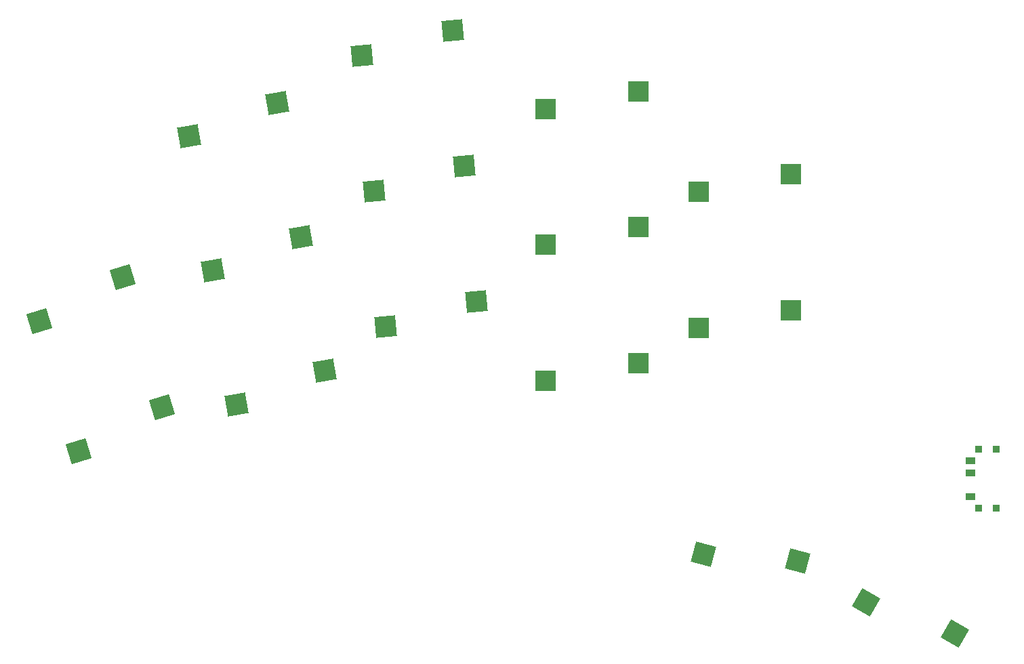
<source format=gtp>
%TF.GenerationSoftware,KiCad,Pcbnew,(6.0.4-0)*%
%TF.CreationDate,2022-04-29T17:53:29+02:00*%
%TF.ProjectId,battamini,62617474-616d-4696-9e69-2e6b69636164,v1.0.0*%
%TF.SameCoordinates,Original*%
%TF.FileFunction,Paste,Top*%
%TF.FilePolarity,Positive*%
%FSLAX46Y46*%
G04 Gerber Fmt 4.6, Leading zero omitted, Abs format (unit mm)*
G04 Created by KiCad (PCBNEW (6.0.4-0)) date 2022-04-29 17:53:29*
%MOMM*%
%LPD*%
G01*
G04 APERTURE LIST*
G04 Aperture macros list*
%AMRotRect*
0 Rectangle, with rotation*
0 The origin of the aperture is its center*
0 $1 length*
0 $2 width*
0 $3 Rotation angle, in degrees counterclockwise*
0 Add horizontal line*
21,1,$1,$2,0,0,$3*%
G04 Aperture macros list end*
%ADD10R,0.900000X0.900000*%
%ADD11R,1.250000X0.900000*%
%ADD12RotRect,2.600000X2.600000X10.000000*%
%ADD13RotRect,2.600000X2.600000X5.000000*%
%ADD14R,2.600000X2.600000*%
%ADD15RotRect,2.600000X2.600000X330.000000*%
%ADD16RotRect,2.600000X2.600000X17.000000*%
%ADD17RotRect,2.600000X2.600000X345.000000*%
G04 APERTURE END LIST*
D10*
%TO.C,T1*%
X161187367Y60512667D03*
X163387367Y67912667D03*
X163387367Y60512667D03*
X161187367Y67912667D03*
D11*
X160212367Y61962667D03*
X160212367Y64962667D03*
X160212367Y66462667D03*
%TD*%
D12*
%TO.C,S11*%
X73579149Y111173371D03*
X62586645Y107001157D03*
%TD*%
D13*
%TO.C,S15*%
X96965604Y103326961D03*
X85651298Y100128683D03*
%TD*%
D14*
%TO.C,S21*%
X118686087Y95636017D03*
X107136087Y93436017D03*
%TD*%
%TO.C,S29*%
X137792334Y102260985D03*
X126242334Y100060985D03*
%TD*%
D15*
%TO.C,S33*%
X158239878Y44875564D03*
X147137285Y48745308D03*
%TD*%
D12*
%TO.C,S7*%
X79483187Y77689907D03*
X68490683Y73517693D03*
%TD*%
D16*
%TO.C,S5*%
X54234545Y89377494D03*
X43832443Y83896730D03*
%TD*%
D14*
%TO.C,S27*%
X137792334Y85260985D03*
X126242334Y83060985D03*
%TD*%
D12*
%TO.C,S9*%
X76531168Y94431639D03*
X65538664Y90259425D03*
%TD*%
D13*
%TO.C,S13*%
X98447252Y86391651D03*
X87132946Y83193373D03*
%TD*%
%TO.C,S17*%
X95483957Y120262271D03*
X84169651Y117063993D03*
%TD*%
D17*
%TO.C,S31*%
X138594426Y53938364D03*
X126868581Y54802687D03*
%TD*%
D16*
%TO.C,S3*%
X59204864Y73120313D03*
X48802762Y67639549D03*
%TD*%
D14*
%TO.C,S23*%
X118686087Y112636017D03*
X107136087Y110436017D03*
%TD*%
%TO.C,S19*%
X118686087Y78636017D03*
X107136087Y76436017D03*
%TD*%
M02*

</source>
